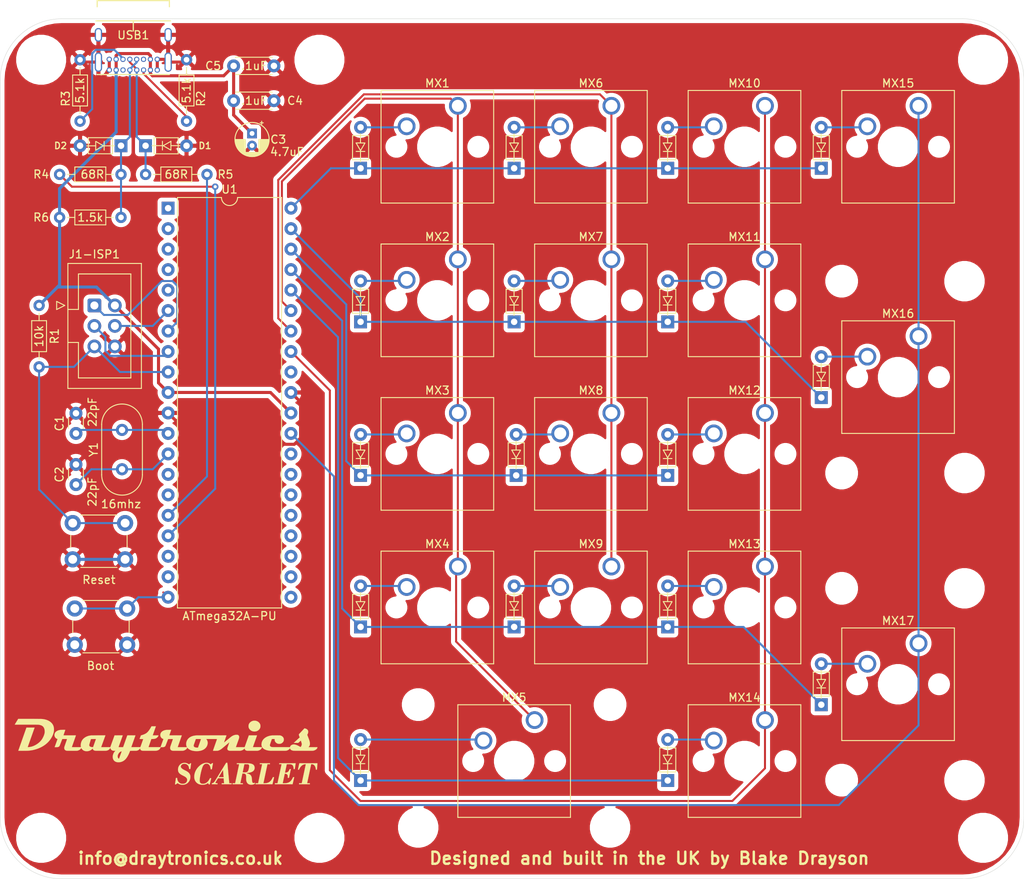
<source format=kicad_pcb>
(kicad_pcb (version 20171130) (host pcbnew "(5.1.6-0-10_14)")
  (title_block (title "Jade - Numpad ") (date 2020-09-12) (rev 1) (company "Drayson Electronics"))
  (layers (0 F.Cu signal) (31 B.Cu signal) (34 B.Paste user) (35 F.Paste user) (36 B.SilkS user) (37 F.SilkS user) (38 B.Mask user) (39 F.Mask user) (44 Edge.Cuts user))
  (net 0 "")
  (net 1 "Net-(C1-Pad1)")
  (net 2 GND)
  (net 3 "Net-(C2-Pad1)")
  (net 4 +5V)
  (net 5 "Net-(D1-Pad1)")
  (net 6 "Net-(D2-Pad1)")
  (net 7 "Net-(D3-Pad2)")
  (net 8 row0)
  (net 9 "Net-(D4-Pad2)")
  (net 10 "Net-(D5-Pad2)")
  (net 11 "Net-(D6-Pad2)")
  (net 12 "Net-(D7-Pad2)")
  (net 13 row1)
  (net 14 "Net-(D8-Pad2)")
  (net 15 "Net-(D9-Pad2)")
  (net 16 "Net-(D10-Pad2)")
  (net 17 row2)
  (net 18 "Net-(D11-Pad2)")
  (net 19 "Net-(D12-Pad2)")
  (net 20 "Net-(D13-Pad2)")
  (net 21 "Net-(D14-Pad2)")
  (net 22 row3)
  (net 23 "Net-(D15-Pad2)")
  (net 24 "Net-(D16-Pad2)")
  (net 25 "Net-(D17-Pad2)")
  (net 26 row4)
  (net 27 "Net-(D18-Pad2)")
  (net 28 "Net-(D19-Pad2)")
  (net 29 miso)
  (net 30 sck)
  (net 31 reset)
  (net 32 mosi)
  (net 33 col0)
  (net 34 col1)
  (net 35 col2)
  (net 36 col3)
  (net 37 "Net-(R2-Pad2)")
  (net 38 "Net-(R3-Pad2)")
  (net 39 D-)
  (net 40 D+)
  (net 41 bload)
  (net 42 "Net-(U1-Pad1)")
  (net 43 "Net-(U1-Pad21)")
  (net 44 "Net-(U1-Pad2)")
  (net 45 "Net-(U1-Pad22)")
  (net 46 "Net-(U1-Pad3)")
  (net 47 "Net-(U1-Pad23)")
  (net 48 "Net-(U1-Pad4)")
  (net 49 "Net-(U1-Pad24)")
  (net 50 "Net-(U1-Pad5)")
  (net 51 "Net-(U1-Pad25)")
  (net 52 "Net-(U1-Pad26)")
  (net 53 "Net-(U1-Pad27)")
  (net 54 "Net-(U1-Pad28)")
  (net 55 "Net-(U1-Pad32)")
  (net 56 "Net-(U1-Pad14)")
  (net 57 "Net-(U1-Pad15)")
  (net 58 "Net-(U1-Pad18)")
  (net 59 "Net-(U1-Pad19)")
  (net 60 "Net-(USB1-PadA8)")
  (net 61 "Net-(USB1-PadB8)")
  (module logos:draytronics-scarlet-logo (layer F.Cu) (at 45.974 111.252)
    (fp_text reference G*** hide)
    (fp_text value LOGO hide)
  )
  (module Resistor_THT:R_Axial_DIN0204_L3.6mm_D1.6mm_P7.62mm_Horizontal (layer F.Cu) (at 32.766 44.958)
    (fp_text reference R6 (at -2.286 0) (layer F.SilkS))
    (fp_text value 1.5k (at 3.81 0) (layer F.SilkS))
    (pad 2 thru_hole oval (at 7.62 0) (size 1.4 1.4) (drill 0.7) (layers *.Cu *.Mask) (net 6 "Net-(D2-Pad1)"))
    (pad 1 thru_hole circle (at 0 0) (size 1.4 1.4) (drill 0.7) (layers *.Cu *.Mask) (net 4 +5V))
  )
  (module Resistor_THT:R_Axial_DIN0204_L3.6mm_D1.6mm_P7.62mm_Horizontal (layer F.Cu) (at 51.054 39.624 180)
    (fp_text reference R5 (at -2.286 0) (layer F.SilkS))
    (fp_text value 68R (at 3.81 0) (layer F.SilkS))
    (pad 2 thru_hole oval (at 7.62 0 180) (size 1.4 1.4) (drill 0.7) (layers *.Cu *.Mask) (net 5 "Net-(D1-Pad1)"))
    (pad 1 thru_hole circle (at 0 0 180) (size 1.4 1.4) (drill 0.7) (layers *.Cu *.Mask) (net 40 D+))
  )
  (module Resistor_THT:R_Axial_DIN0204_L3.6mm_D1.6mm_P7.62mm_Horizontal (layer F.Cu) (at 32.766 39.624)
    (fp_text reference R4 (at -2.286 0) (layer F.SilkS))
    (fp_text value 68R (at 4.064 0) (layer F.SilkS))
    (pad 2 thru_hole oval (at 7.62 0) (size 1.4 1.4) (drill 0.7) (layers *.Cu *.Mask) (net 6 "Net-(D2-Pad1)"))
    (pad 1 thru_hole circle (at 0 0) (size 1.4 1.4) (drill 0.7) (layers *.Cu *.Mask) (net 39 D-))
  )
  (module Resistor_THT:R_Axial_DIN0204_L3.6mm_D1.6mm_P7.62mm_Horizontal (layer F.Cu) (at 35.306 25.4 270)
    (fp_text reference R3 (at 4.826 1.778 90) (layer F.SilkS))
    (fp_text value 5.1k (at 3.81 0 90) (layer F.SilkS))
    (pad 2 thru_hole oval (at 7.62 0 270) (size 1.4 1.4) (drill 0.7) (layers *.Cu *.Mask) (net 38 "Net-(R3-Pad2)"))
    (pad 1 thru_hole circle (at 0 0 270) (size 1.4 1.4) (drill 0.7) (layers *.Cu *.Mask) (net 2 GND))
  )
  (module Resistor_THT:R_Axial_DIN0204_L3.6mm_D1.6mm_P7.62mm_Horizontal (layer F.Cu) (at 48.514 25.4 270)
    (fp_text reference R2 (at 4.826 -1.778 90) (layer F.SilkS))
    (fp_text value 5.1k (at 3.81 0 90) (layer F.SilkS))
    (pad 2 thru_hole oval (at 7.62 0 270) (size 1.4 1.4) (drill 0.7) (layers *.Cu *.Mask) (net 37 "Net-(R2-Pad2)"))
    (pad 1 thru_hole circle (at 0 0 270) (size 1.4 1.4) (drill 0.7) (layers *.Cu *.Mask) (net 2 GND))
  )
  (module Resistor_THT:R_Axial_DIN0204_L3.6mm_D1.6mm_P7.62mm_Horizontal (layer F.Cu) (at 30.226 55.88 270)
    (fp_text reference R1 (at 3.81 -1.92 90) (layer F.SilkS))
    (fp_text value 10k (at 3.81 0 90) (layer F.SilkS))
    (pad 2 thru_hole oval (at 7.62 0 270) (size 1.4 1.4) (drill 0.7) (layers *.Cu *.Mask) (net 31 reset))
    (pad 1 thru_hole circle (at 0 0 270) (size 1.4 1.4) (drill 0.7) (layers *.Cu *.Mask) (net 4 +5V))
  )
  (module MountingHole:MountingHole_2.2mm_M2 (layer F.Cu) (at 65 25.4)
    (fp_text reference "" (at 0 -3.2) (layer F.SilkS))
    (fp_text value MountingHole_2.2mm_M2 hide)
    (pad 1 np_thru_hole circle (at 0 0) (size 2.2 2.2) (drill 2.2) (layers *.Cu *.Mask))
  )
  (module MountingHole:MountingHole_2.2mm_M2 (layer F.Cu) (at 65 121.92)
    (fp_text reference "" (at 0 -3.2) (layer F.SilkS))
    (fp_text value MountingHole_2.2mm_M2 hide)
    (pad 1 np_thru_hole circle (at 0 0) (size 2.2 2.2) (drill 2.2) (layers *.Cu *.Mask))
  )
  (module Button_Switch_THT:SW_PUSH_6mm (layer F.Cu) (at 41.148 97.972 180)
    (fp_text reference Boot (at 3.302 -2.612) (layer F.SilkS))
    (fp_text value Bootloader hide)
    (pad 1 thru_hole circle (at 6.5 0 270) (size 2 2) (drill 1.1) (layers *.Cu *.Mask) (net 2 GND))
    (pad 2 thru_hole circle (at 6.5 4.5 270) (size 2 2) (drill 1.1) (layers *.Cu *.Mask) (net 41 bload))
    (pad 1 thru_hole circle (at 0 0 270) (size 2 2) (drill 1.1) (layers *.Cu *.Mask) (net 2 GND))
    (pad 2 thru_hole circle (at 0 4.5 270) (size 2 2) (drill 1.1) (layers *.Cu *.Mask) (net 41 bload))
  )
  (module Button_Switch_THT:SW_PUSH_6mm (layer F.Cu) (at 40.894 87.376 180)
    (fp_text reference Reset (at 3.25 -2.54) (layer F.SilkS))
    (fp_text value Reset hide)
    (pad 1 thru_hole circle (at 6.5 0 270) (size 2 2) (drill 1.1) (layers *.Cu *.Mask) (net 2 GND))
    (pad 2 thru_hole circle (at 6.5 4.5 270) (size 2 2) (drill 1.1) (layers *.Cu *.Mask) (net 31 reset))
    (pad 1 thru_hole circle (at 0 0 270) (size 2 2) (drill 1.1) (layers *.Cu *.Mask) (net 2 GND))
    (pad 2 thru_hole circle (at 0 4.5 270) (size 2 2) (drill 1.1) (layers *.Cu *.Mask) (net 31 reset))
  )
  (module di-parts:D_DO-35_SOD27_P5.08mm_Horizontal (layer F.Cu) (at 108.204 116.078 90)
    (fp_text reference D19)
    (fp_text value 1N4148)
    (pad 2 thru_hole oval (at 6.35 0 90) (size 1.6 1.6) (drill 0.8) (layers *.Cu *.Mask) (net 28 "Net-(D19-Pad2)"))
    (pad 1 thru_hole rect (at 1.27 0 90) (size 1.6 1.6) (drill 0.8) (layers *.Cu *.Mask) (net 26 row4))
  )
  (module di-parts:D_DO-35_SOD27_P5.08mm_Horizontal (layer F.Cu) (at 70.104 116.078 90)
    (fp_text reference D18)
    (fp_text value 1N4148)
    (pad 2 thru_hole oval (at 6.35 0 90) (size 1.6 1.6) (drill 0.8) (layers *.Cu *.Mask) (net 27 "Net-(D18-Pad2)"))
    (pad 1 thru_hole rect (at 1.27 0 90) (size 1.6 1.6) (drill 0.8) (layers *.Cu *.Mask) (net 26 row4))
  )
  (module di-parts:D_DO-35_SOD27_P5.08mm_Horizontal (layer F.Cu) (at 127.254 106.68 90)
    (fp_text reference D17)
    (fp_text value 1N4148)
    (pad 2 thru_hole oval (at 6.35 0 90) (size 1.6 1.6) (drill 0.8) (layers *.Cu *.Mask) (net 25 "Net-(D17-Pad2)"))
    (pad 1 thru_hole rect (at 1.27 0 90) (size 1.6 1.6) (drill 0.8) (layers *.Cu *.Mask) (net 22 row3))
  )
  (module di-parts:D_DO-35_SOD27_P5.08mm_Horizontal (layer F.Cu) (at 108.204 97.028 90)
    (fp_text reference D16)
    (fp_text value 1N4148)
    (pad 2 thru_hole oval (at 6.35 0 90) (size 1.6 1.6) (drill 0.8) (layers *.Cu *.Mask) (net 24 "Net-(D16-Pad2)"))
    (pad 1 thru_hole rect (at 1.27 0 90) (size 1.6 1.6) (drill 0.8) (layers *.Cu *.Mask) (net 22 row3))
  )
  (module di-parts:D_DO-35_SOD27_P5.08mm_Horizontal (layer F.Cu) (at 89.154 97.028 90)
    (fp_text reference D15)
    (fp_text value 1N4148)
    (pad 2 thru_hole oval (at 6.35 0 90) (size 1.6 1.6) (drill 0.8) (layers *.Cu *.Mask) (net 23 "Net-(D15-Pad2)"))
    (pad 1 thru_hole rect (at 1.27 0 90) (size 1.6 1.6) (drill 0.8) (layers *.Cu *.Mask) (net 22 row3))
  )
  (module di-parts:D_DO-35_SOD27_P5.08mm_Horizontal (layer F.Cu) (at 70.104 97.028 90)
    (fp_text reference D14)
    (fp_text value 1N4148)
    (pad 2 thru_hole oval (at 6.35 0 90) (size 1.6 1.6) (drill 0.8) (layers *.Cu *.Mask) (net 21 "Net-(D14-Pad2)"))
    (pad 1 thru_hole rect (at 1.27 0 90) (size 1.6 1.6) (drill 0.8) (layers *.Cu *.Mask) (net 22 row3))
  )
  (module di-parts:D_DO-35_SOD27_P5.08mm_Horizontal (layer F.Cu) (at 108.204 78.232 90)
    (fp_text reference D13)
    (fp_text value 1N4148)
    (pad 2 thru_hole oval (at 6.35 0 90) (size 1.6 1.6) (drill 0.8) (layers *.Cu *.Mask) (net 20 "Net-(D13-Pad2)"))
    (pad 1 thru_hole rect (at 1.27 0 90) (size 1.6 1.6) (drill 0.8) (layers *.Cu *.Mask) (net 17 row2))
  )
  (module di-parts:D_DO-35_SOD27_P5.08mm_Horizontal (layer F.Cu) (at 89.408 78.232 90)
    (fp_text reference D12)
    (fp_text value 1N4148)
    (pad 2 thru_hole oval (at 6.35 0 90) (size 1.6 1.6) (drill 0.8) (layers *.Cu *.Mask) (net 19 "Net-(D12-Pad2)"))
    (pad 1 thru_hole rect (at 1.27 0 90) (size 1.6 1.6) (drill 0.8) (layers *.Cu *.Mask) (net 17 row2))
  )
  (module di-parts:D_DO-35_SOD27_P5.08mm_Horizontal (layer F.Cu) (at 70.104 78.232 90)
    (fp_text reference D11)
    (fp_text value 1N4148)
    (pad 2 thru_hole oval (at 6.35 0 90) (size 1.6 1.6) (drill 0.8) (layers *.Cu *.Mask) (net 18 "Net-(D11-Pad2)"))
    (pad 1 thru_hole rect (at 1.27 0 90) (size 1.6 1.6) (drill 0.8) (layers *.Cu *.Mask) (net 17 row2))
  )
  (module di-parts:D_DO-35_SOD27_P5.08mm_Horizontal (layer F.Cu) (at 127.254 68.58 90)
    (fp_text reference D10)
    (fp_text value 1N4148)
    (pad 2 thru_hole oval (at 6.35 0 90) (size 1.6 1.6) (drill 0.8) (layers *.Cu *.Mask) (net 16 "Net-(D10-Pad2)"))
    (pad 1 thru_hole rect (at 1.27 0 90) (size 1.6 1.6) (drill 0.8) (layers *.Cu *.Mask) (net 13 row1))
  )
  (module di-parts:D_DO-35_SOD27_P5.08mm_Horizontal (layer F.Cu) (at 108.204 59.182 90)
    (fp_text reference D9)
    (fp_text value 1N4148)
    (pad 2 thru_hole oval (at 6.35 0 90) (size 1.6 1.6) (drill 0.8) (layers *.Cu *.Mask) (net 15 "Net-(D9-Pad2)"))
    (pad 1 thru_hole rect (at 1.27 0 90) (size 1.6 1.6) (drill 0.8) (layers *.Cu *.Mask) (net 13 row1))
  )
  (module di-parts:D_DO-35_SOD27_P5.08mm_Horizontal (layer F.Cu) (at 89.154 59.182 90)
    (fp_text reference D8)
    (fp_text value 1N4148)
    (pad 2 thru_hole oval (at 6.35 0 90) (size 1.6 1.6) (drill 0.8) (layers *.Cu *.Mask) (net 14 "Net-(D8-Pad2)"))
    (pad 1 thru_hole rect (at 1.27 0 90) (size 1.6 1.6) (drill 0.8) (layers *.Cu *.Mask) (net 13 row1))
  )
  (module di-parts:D_DO-35_SOD27_P5.08mm_Horizontal (layer F.Cu) (at 70.104 59.182 90)
    (fp_text reference D7)
    (fp_text value 1N4148)
    (pad 2 thru_hole oval (at 6.35 0 90) (size 1.6 1.6) (drill 0.8) (layers *.Cu *.Mask) (net 12 "Net-(D7-Pad2)"))
    (pad 1 thru_hole rect (at 1.27 0 90) (size 1.6 1.6) (drill 0.8) (layers *.Cu *.Mask) (net 13 row1))
  )
  (module di-parts:D_DO-35_SOD27_P5.08mm_Horizontal (layer F.Cu) (at 127.254 40.132 90)
    (fp_text reference D6)
    (fp_text value 1N4148)
    (pad 2 thru_hole oval (at 6.35 0 90) (size 1.6 1.6) (drill 0.8) (layers *.Cu *.Mask) (net 11 "Net-(D6-Pad2)"))
    (pad 1 thru_hole rect (at 1.27 0 90) (size 1.6 1.6) (drill 0.8) (layers *.Cu *.Mask) (net 8 row0))
  )
  (module di-parts:D_DO-35_SOD27_P5.08mm_Horizontal (layer F.Cu) (at 108.204 40.132 90)
    (fp_text reference D5)
    (fp_text value 1N4148)
    (pad 2 thru_hole oval (at 6.35 0 90) (size 1.6 1.6) (drill 0.8) (layers *.Cu *.Mask) (net 10 "Net-(D5-Pad2)"))
    (pad 1 thru_hole rect (at 1.27 0 90) (size 1.6 1.6) (drill 0.8) (layers *.Cu *.Mask) (net 8 row0))
  )
  (module di-parts:D_DO-35_SOD27_P5.08mm_Horizontal (layer F.Cu) (at 89.154 40.132 90)
    (fp_text reference D4)
    (fp_text value 1N4148)
    (pad 2 thru_hole oval (at 6.35 0 90) (size 1.6 1.6) (drill 0.8) (layers *.Cu *.Mask) (net 9 "Net-(D4-Pad2)"))
    (pad 1 thru_hole rect (at 1.27 0 90) (size 1.6 1.6) (drill 0.8) (layers *.Cu *.Mask) (net 8 row0))
  )
  (module di-parts:D_DO-35_SOD27_P5.08mm_Horizontal (layer F.Cu) (at 70.104 40.132 90)
    (fp_text reference D3)
    (fp_text value 1N4148)
    (pad 2 thru_hole oval (at 6.35 0 90) (size 1.6 1.6) (drill 0.8) (layers *.Cu *.Mask) (net 7 "Net-(D3-Pad2)"))
    (pad 1 thru_hole rect (at 1.27 0 90) (size 1.6 1.6) (drill 0.8) (layers *.Cu *.Mask) (net 8 row0))
  )
  (module di-parts:D_DO-35_SOD27_P5.08mm_Horizontal (layer F.Cu) (at 41.656 36.068 180)
    (fp_text reference D2 (at 8.77 0) (layer F.SilkS) (effects (font (size 0.8 0.8))))
    (fp_text value 3.6V hide)
    (pad 2 thru_hole oval (at 6.35 0 180) (size 1.6 1.6) (drill 0.8) (layers *.Cu *.Mask) (net 2 GND))
    (pad 1 thru_hole rect (at 1.27 0 180) (size 1.6 1.6) (drill 0.8) (layers *.Cu *.Mask) (net 6 "Net-(D2-Pad1)"))
  )
  (module di-parts:D_DO-35_SOD27_P5.08mm_Horizontal (layer F.Cu) (at 42.164 36.068)
    (fp_text reference D1 (at 8.636 0) (layer F.SilkS) (effects (font (size 0.8 0.8))))
    (fp_text value 3.6V hide)
    (pad 2 thru_hole oval (at 6.35 0) (size 1.6 1.6) (drill 0.8) (layers *.Cu *.Mask) (net 2 GND))
    (pad 1 thru_hole rect (at 1.27 0) (size 1.6 1.6) (drill 0.8) (layers *.Cu *.Mask) (net 5 "Net-(D1-Pad1)"))
  )
  (module MountingHole:MountingHole_2.2mm_M2 (layer F.Cu) (at 147.32 121.92)
    (fp_text reference "" (at 0 -3.2) (layer F.SilkS))
    (fp_text value MountingHole_2.2mm_M2 hide)
    (pad 1 np_thru_hole circle (at 0 0) (size 2.2 2.2) (drill 2.2) (layers *.Cu *.Mask))
  )
  (module MountingHole:MountingHole_2.2mm_M2 (layer F.Cu) (at 147.32 25.4)
    (fp_text reference "" (at 0 -3.2) (layer F.SilkS))
    (fp_text value MountingHole_2.2mm_M2 hide)
    (pad 1 np_thru_hole circle (at 0 0) (size 2.2 2.2) (drill 2.2) (layers *.Cu *.Mask))
  )
  (module MountingHole:MountingHole_2.2mm_M2 (layer F.Cu) (at 30.48 25.4)
    (fp_text reference "" (at 0 -3.2) (layer F.SilkS))
    (fp_text value MountingHole_2.2mm_M2 hide)
    (pad 1 np_thru_hole circle (at 0 0) (size 2.2 2.2) (drill 2.2) (layers *.Cu *.Mask))
  )
  (module MountingHole:MountingHole_2.2mm_M2 (layer F.Cu) (at 30.48 121.92)
    (fp_text reference "" (at 0 -3.2) (layer F.SilkS))
    (fp_text value MountingHole_2.2mm_M2 hide)
    (pad 1 np_thru_hole circle (at 0 0) (size 2.2 2.2) (drill 2.2) (layers *.Cu *.Mask))
  )
  (module Type-C:USB_C_GCT_USB4085 (layer F.Cu) (at 41.91 20.574 180)
    (fp_text reference USB1 (at 0 -1.778) (layer F.SilkS))
    (fp_text value USB_C_Receptacle_USB2.0)
    (pad A5 thru_hole circle (at -1.275 -6.1 180) (size 0.65 0.65) (drill 0.4) (layers *.Cu *.Mask) (net 37 "Net-(R2-Pad2)"))
    (pad A1 thru_hole circle (at -2.975 -6.1 180) (size 0.65 0.65) (drill 0.4) (layers *.Cu *.Mask) (net 2 GND))
    (pad A4 thru_hole circle (at -2.125 -6.1 180) (size 0.65 0.65) (drill 0.4) (layers *.Cu *.Mask) (net 4 +5V))
    (pad A6 thru_hole circle (at -0.425 -6.1 180) (size 0.65 0.65) (drill 0.4) (layers *.Cu *.Mask) (net 5 "Net-(D1-Pad1)"))
    (pad A7 thru_hole circle (at 0.425 -6.1 180) (size 0.65 0.65) (drill 0.4) (layers *.Cu *.Mask) (net 6 "Net-(D2-Pad1)"))
    (pad A8 thru_hole circle (at 1.275 -6.1 180) (size 0.65 0.65) (drill 0.4) (layers *.Cu *.Mask) (net 60 "Net-(USB1-PadA8)"))
    (pad A9 thru_hole circle (at 2.125 -6.1 180) (size 0.65 0.65) (drill 0.4) (layers *.Cu *.Mask) (net 4 +5V))
    (pad A12 thru_hole circle (at 2.975 -6.1 180) (size 0.65 0.65) (drill 0.4) (layers *.Cu *.Mask) (net 2 GND))
    (pad B12 thru_hole circle (at -2.975 -4.775 180) (size 0.65 0.65) (drill 0.4) (layers *.Cu *.Mask) (net 2 GND))
    (pad B9 thru_hole circle (at -2.12 -4.775 180) (size 0.65 0.65) (drill 0.4) (layers *.Cu *.Mask) (net 4 +5V))
    (pad B8 thru_hole circle (at -1.27 -4.775 180) (size 0.65 0.65) (drill 0.4) (layers *.Cu *.Mask) (net 61 "Net-(USB1-PadB8)"))
    (pad B7 thru_hole circle (at -0.42 -4.775 180) (size 0.65 0.65) (drill 0.4) (layers *.Cu *.Mask) (net 6 "Net-(D2-Pad1)"))
    (pad B6 thru_hole circle (at 0.43 -4.775 180) (size 0.65 0.65) (drill 0.4) (layers *.Cu *.Mask) (net 5 "Net-(D1-Pad1)"))
    (pad B5 thru_hole circle (at 1.28 -4.775 180) (size 0.65 0.65) (drill 0.4) (layers *.Cu *.Mask) (net 38 "Net-(R3-Pad2)"))
    (pad B4 thru_hole circle (at 2.13 -4.775 180) (size 0.65 0.65) (drill 0.4) (layers *.Cu *.Mask) (net 4 +5V))
    (pad B1 thru_hole circle (at 2.98 -4.775 180) (size 0.65 0.65) (drill 0.4) (layers *.Cu *.Mask) (net 2 GND))
    (pad S1 thru_hole oval (at -4.325 -5.12 180) (size 0.9 2.4) (drill oval 0.6 2.1) (layers *.Cu *.Mask) (net 2 GND))
    (pad S1 thru_hole oval (at 4.325 -5.12 180) (size 0.9 2.4) (drill oval 0.6 2.1) (layers *.Cu *.Mask) (net 2 GND))
    (pad S1 thru_hole oval (at -4.325 -1.74 180) (size 0.9 1.7) (drill oval 0.6 1.4) (layers *.Cu *.Mask) (net 2 GND))
    (pad S1 thru_hole oval (at 4.325 -1.74 180) (size 0.9 1.7) (drill oval 0.6 1.4) (layers *.Cu *.Mask) (net 2 GND))
  )
  (module Capacitor_THT:C_Disc_D3.0mm_W1.6mm_P2.50mm (layer F.Cu) (at 34.798 71.755 90)
    (fp_text reference C1 (at 1.25 -2.05 90) (layer F.SilkS))
    (fp_text value 22pF (at 2.667 2.05 90) (layer F.SilkS))
    (pad 1 thru_hole circle (at 0 0 90) (size 1.6 1.6) (drill 0.8) (layers *.Cu *.Mask) (net 1 "Net-(C1-Pad1)"))
    (pad 2 thru_hole circle (at 2.5 0 90) (size 1.6 1.6) (drill 0.8) (layers *.Cu *.Mask) (net 2 GND))
  )
  (module Capacitor_THT:C_Disc_D3.0mm_W1.6mm_P2.50mm (layer F.Cu) (at 34.798 78.105 90)
    (fp_text reference C2 (at 1.25 -2.05 90) (layer F.SilkS))
    (fp_text value 22pF (at -0.889 2.032 90) (layer F.SilkS))
    (pad 2 thru_hole circle (at 2.5 0 90) (size 1.6 1.6) (drill 0.8) (layers *.Cu *.Mask) (net 2 GND))
    (pad 1 thru_hole circle (at 0 0 90) (size 1.6 1.6) (drill 0.8) (layers *.Cu *.Mask) (net 3 "Net-(C2-Pad1)"))
  )
  (module Capacitor_THT:CP_Radial_D4.0mm_P1.50mm (layer F.Cu) (at 56.642 34.544 270)
    (fp_text reference C3 (at 0.75 -3.25 180) (layer F.SilkS))
    (fp_text value 4.7uF (at 2.286 -4.318 180) (layer F.SilkS))
    (pad 1 thru_hole rect (at 0 0 270) (size 1.2 1.2) (drill 0.6) (layers *.Cu *.Mask) (net 4 +5V))
    (pad 2 thru_hole circle (at 1.5 0 270) (size 1.2 1.2) (drill 0.6) (layers *.Cu *.Mask) (net 2 GND))
  )
  (module Capacitor_THT:C_Disc_D4.3mm_W1.9mm_P5.00mm (layer F.Cu) (at 54.356 30.48)
    (fp_text reference C4 (at 7.62 0) (layer F.SilkS))
    (fp_text value .1uF (at 2.54 0) (layer F.SilkS))
    (pad 2 thru_hole circle (at 5 0) (size 1.6 1.6) (drill 0.8) (layers *.Cu *.Mask) (net 2 GND))
    (pad 1 thru_hole circle (at 0 0) (size 1.6 1.6) (drill 0.8) (layers *.Cu *.Mask) (net 4 +5V))
  )
  (module Capacitor_THT:C_Disc_D4.3mm_W1.9mm_P5.00mm (layer F.Cu) (at 54.356 26.162)
    (fp_text reference C5 (at -2.54 0) (layer F.SilkS))
    (fp_text value .1uF (at 2.54 0 180) (layer F.SilkS))
    (pad 1 thru_hole circle (at 0 0) (size 1.6 1.6) (drill 0.8) (layers *.Cu *.Mask) (net 4 +5V))
    (pad 2 thru_hole circle (at 5 0) (size 1.6 1.6) (drill 0.8) (layers *.Cu *.Mask) (net 2 GND))
  )
  (module Connector_IDC:IDC-Header_2x03_P2.54mm_Vertical (layer F.Cu) (at 37.084 55.88)
    (fp_text reference J1-ISP1 (at 0 -6.35) (layer F.SilkS))
    (fp_text value AVR-ISP-6 hide)
    (pad 1 thru_hole roundrect (at 0 0) (size 1.7 1.7) (drill 1) (layers *.Cu *.Mask) (roundrect_rratio 0.147059) (net 29 miso))
    (pad 3 thru_hole circle (at 0 2.54) (size 1.7 1.7) (drill 1) (layers *.Cu *.Mask) (net 30 sck))
    (pad 5 thru_hole circle (at 0 5.08) (size 1.7 1.7) (drill 1) (layers *.Cu *.Mask) (net 31 reset))
    (pad 2 thru_hole circle (at 2.54 0) (size 1.7 1.7) (drill 1) (layers *.Cu *.Mask) (net 4 +5V))
    (pad 4 thru_hole circle (at 2.54 2.54) (size 1.7 1.7) (drill 1) (layers *.Cu *.Mask) (net 32 mosi))
    (pad 6 thru_hole circle (at 2.54 5.08) (size 1.7 1.7) (drill 1) (layers *.Cu *.Mask) (net 2 GND))
  )
  (module Button_Switch_Keyboard:SW_Cherry_MX_1.00u_PCB (layer F.Cu) (at 82.169 31.115)
    (fp_text reference MX1 (at -2.54 -2.794) (layer F.SilkS))
    (fp_text value MX-NoLED)
    (pad 1 thru_hole circle (at 0 0) (size 2.2 2.2) (drill 1.5) (layers *.Cu *.Mask) (net 33 col0))
    (pad 2 thru_hole circle (at -6.35 2.54) (size 2.2 2.2) (drill 1.5) (layers *.Cu *.Mask) (net 7 "Net-(D3-Pad2)"))
    (pad "" np_thru_hole circle (at -2.54 5.08) (size 4 4) (drill 4) (layers *.Cu *.Mask))
    (pad "" np_thru_hole circle (at -7.62 5.08) (size 1.7 1.7) (drill 1.7) (layers *.Cu *.Mask))
    (pad "" np_thru_hole circle (at 2.54 5.08) (size 1.7 1.7) (drill 1.7) (layers *.Cu *.Mask))
  )
  (module Button_Switch_Keyboard:SW_Cherry_MX_1.00u_PCB (layer F.Cu) (at 82.169 50.165)
    (fp_text reference MX2 (at -2.54 -2.794) (layer F.SilkS))
    (fp_text value MX-NoLED)
    (pad 1 thru_hole circle (at 0 0) (size 2.2 2.2) (drill 1.5) (layers *.Cu *.Mask) (net 33 col0))
    (pad 2 thru_hole circle (at -6.35 2.54) (size 2.2 2.2) (drill 1.5) (layers *.Cu *.Mask) (net 12 "Net-(D7-Pad2)"))
    (pad "" np_thru_hole circle (at -2.54 5.08) (size 4 4) (drill 4) (layers *.Cu *.Mask))
    (pad "" np_thru_hole circle (at -7.62 5.08) (size 1.7 1.7) (drill 1.7) (layers *.Cu *.Mask))
    (pad "" np_thru_hole circle (at 2.54 5.08) (size 1.7 1.7) (drill 1.7) (layers *.Cu *.Mask))
  )
  (module Button_Switch_Keyboard:SW_Cherry_MX_1.00u_PCB (layer F.Cu) (at 82.169 69.215)
    (fp_text reference MX3 (at -2.54 -2.794) (layer F.SilkS))
    (fp_text value MX-NoLED)
    (pad "" np_thru_hole circle (at 2.54 5.08) (size 1.7 1.7) (drill 1.7) (layers *.Cu *.Mask))
    (pad "" np_thru_hole circle (at -7.62 5.08) (size 1.7 1.7) (drill 1.7) (layers *.Cu *.Mask))
    (pad "" np_thru_hole circle (at -2.54 5.08) (size 4 4) (drill 4) (layers *.Cu *.Mask))
    (pad 2 thru_hole circle (at -6.35 2.54) (size 2.2 2.2) (drill 1.5) (layers *.Cu *.Mask) (net 18 "Net-(D11-Pad2)"))
    (pad 1 thru_hole circle (at 0 0) (size 2.2 2.2) (drill 1.5) (layers *.Cu *.Mask) (net 33 col0))
  )
  (module Button_Switch_Keyboard:SW_Cherry_MX_1.00u_PCB (layer F.Cu) (at 82.169 88.265)
    (fp_text reference MX4 (at -2.54 -2.794) (layer F.SilkS))
    (fp_text value MX-NoLED)
    (pad 1 thru_hole circle (at 0 0) (size 2.2 2.2) (drill 1.5) (layers *.Cu *.Mask) (net 33 col0))
    (pad 2 thru_hole circle (at -6.35 2.54) (size 2.2 2.2) (drill 1.5) (layers *.Cu *.Mask) (net 21 "Net-(D14-Pad2)"))
    (pad "" np_thru_hole circle (at -2.54 5.08) (size 4 4) (drill 4) (layers *.Cu *.Mask))
    (pad "" np_thru_hole circle (at -7.62 5.08) (size 1.7 1.7) (drill 1.7) (layers *.Cu *.Mask))
    (pad "" np_thru_hole circle (at 2.54 5.08) (size 1.7 1.7) (drill 1.7) (layers *.Cu *.Mask))
  )
  (module Button_Switch_Keyboard:SW_Cherry_MX_2.00u_PCB (layer F.Cu) (at 91.694 107.315)
    (fp_text reference MX5 (at -2.54 -2.794) (layer F.SilkS))
    (fp_text value MX-NoLED)
    (pad 1 thru_hole circle (at 0 0) (size 2.2 2.2) (drill 1.5) (layers *.Cu *.Mask) (net 33 col0))
    (pad 2 thru_hole circle (at -6.35 2.54) (size 2.2 2.2) (drill 1.5) (layers *.Cu *.Mask) (net 27 "Net-(D18-Pad2)"))
    (pad "" np_thru_hole circle (at -2.54 5.08) (size 4 4) (drill 4) (layers *.Cu *.Mask))
    (pad "" np_thru_hole circle (at -7.62 5.08) (size 1.7 1.7) (drill 1.7) (layers *.Cu *.Mask))
    (pad "" np_thru_hole circle (at 2.54 5.08) (size 1.7 1.7) (drill 1.7) (layers *.Cu *.Mask))
    (pad "" np_thru_hole circle (at 9.36 13.32) (size 4 4) (drill 4) (layers *.Cu *.Mask))
    (pad "" np_thru_hole circle (at -14.44 13.32) (size 4 4) (drill 4) (layers *.Cu *.Mask))
    (pad "" np_thru_hole circle (at -14.44 -1.92) (size 3.05 3.05) (drill 3.05) (layers *.Cu *.Mask))
    (pad "" np_thru_hole circle (at 9.36 -1.92) (size 3.05 3.05) (drill 3.05) (layers *.Cu *.Mask))
  )
  (module Button_Switch_Keyboard:SW_Cherry_MX_1.00u_PCB (layer F.Cu) (at 101.219 31.115)
    (fp_text reference MX6 (at -2.54 -2.794) (layer F.SilkS))
    (fp_text value MX-NoLED)
    (pad "" np_thru_hole circle (at 2.54 5.08) (size 1.7 1.7) (drill 1.7) (layers *.Cu *.Mask))
    (pad "" np_thru_hole circle (at -7.62 5.08) (size 1.7 1.7) (drill 1.7) (layers *.Cu *.Mask))
    (pad "" np_thru_hole circle (at -2.54 5.08) (size 4 4) (drill 4) (layers *.Cu *.Mask))
    (pad 2 thru_hole circle (at -6.35 2.54) (size 2.2 2.2) (drill 1.5) (layers *.Cu *.Mask) (net 9 "Net-(D4-Pad2)"))
    (pad 1 thru_hole circle (at 0 0) (size 2.2 2.2) (drill 1.5) (layers *.Cu *.Mask) (net 34 col1))
  )
  (module Button_Switch_Keyboard:SW_Cherry_MX_1.00u_PCB (layer F.Cu) (at 101.219 50.165)
    (fp_text reference MX7 (at -2.54 -2.794) (layer F.SilkS))
    (fp_text value MX-NoLED)
    (pad "" np_thru_hole circle (at 2.54 5.08) (size 1.7 1.7) (drill 1.7) (layers *.Cu *.Mask))
    (pad "" np_thru_hole circle (at -7.62 5.08) (size 1.7 1.7) (drill 1.7) (layers *.Cu *.Mask))
    (pad "" np_thru_hole circle (at -2.54 5.08) (size 4 4) (drill 4) (layers *.Cu *.Mask))
    (pad 2 thru_hole circle (at -6.35 2.54) (size 2.2 2.2) (drill 1.5) (layers *.Cu *.Mask) (net 14 "Net-(D8-Pad2)"))
    (pad 1 thru_hole circle (at 0 0) (size 2.2 2.2) (drill 1.5) (layers *.Cu *.Mask) (net 34 col1))
  )
  (module Button_Switch_Keyboard:SW_Cherry_MX_1.00u_PCB (layer F.Cu) (at 101.219 69.215)
    (fp_text reference MX8 (at -2.54 -2.794) (layer F.SilkS))
    (fp_text value MX-NoLED)
    (pad 1 thru_hole circle (at 0 0) (size 2.2 2.2) (drill 1.5) (layers *.Cu *.Mask) (net 34 col1))
    (pad 2 thru_hole circle (at -6.35 2.54) (size 2.2 2.2) (drill 1.5) (layers *.Cu *.Mask) (net 19 "Net-(D12-Pad2)"))
    (pad "" np_thru_hole circle (at -2.54 5.08) (size 4 4) (drill 4) (layers *.Cu *.Mask))
    (pad "" np_thru_hole circle (at -7.62 5.08) (size 1.7 1.7) (drill 1.7) (layers *.Cu *.Mask))
    (pad "" np_thru_hole circle (at 2.54 5.08) (size 1.7 1.7) (drill 1.7) (layers *.Cu *.Mask))
  )
  (module Button_Switch_Keyboard:SW_Cherry_MX_1.00u_PCB (layer F.Cu) (at 101.219 88.265)
    (fp_text reference MX9 (at -2.54 -2.794) (layer F.SilkS))
    (fp_text value MX-NoLED)
    (pad "" np_thru_hole circle (at 2.54 5.08) (size 1.7 1.7) (drill 1.7) (layers *.Cu *.Mask))
    (pad "" np_thru_hole circle (at -7.62 5.08) (size 1.7 1.7) (drill 1.7) (layers *.Cu *.Mask))
    (pad "" np_thru_hole circle (at -2.54 5.08) (size 4 4) (drill 4) (layers *.Cu *.Mask))
    (pad 2 thru_hole circle (at -6.35 2.54) (size 2.2 2.2) (drill 1.5) (layers *.Cu *.Mask) (net 23 "Net-(D15-Pad2)"))
    (pad 1 thru_hole circle (at 0 0) (size 2.2 2.2) (drill 1.5) (layers *.Cu *.Mask) (net 34 col1))
  )
  (module Button_Switch_Keyboard:SW_Cherry_MX_1.00u_PCB (layer F.Cu) (at 120.269 31.115)
    (fp_text reference MX10 (at -2.54 -2.794) (layer F.SilkS))
    (fp_text value MX-NoLED)
    (pad 1 thru_hole circle (at 0 0) (size 2.2 2.2) (drill 1.5) (layers *.Cu *.Mask) (net 35 col2))
    (pad 2 thru_hole circle (at -6.35 2.54) (size 2.2 2.2) (drill 1.5) (layers *.Cu *.Mask) (net 10 "Net-(D5-Pad2)"))
    (pad "" np_thru_hole circle (at -2.54 5.08) (size 4 4) (drill 4) (layers *.Cu *.Mask))
    (pad "" np_thru_hole circle (at -7.62 5.08) (size 1.7 1.7) (drill 1.7) (layers *.Cu *.Mask))
    (pad "" np_thru_hole circle (at 2.54 5.08) (size 1.7 1.7) (drill 1.7) (layers *.Cu *.Mask))
  )
  (module Button_Switch_Keyboard:SW_Cherry_MX_1.00u_PCB (layer F.Cu) (at 120.269 50.165)
    (fp_text reference MX11 (at -2.54 -2.794) (layer F.SilkS))
    (fp_text value MX-NoLED)
    (pad 1 thru_hole circle (at 0 0) (size 2.2 2.2) (drill 1.5) (layers *.Cu *.Mask) (net 35 col2))
    (pad 2 thru_hole circle (at -6.35 2.54) (size 2.2 2.2) (drill 1.5) (layers *.Cu *.Mask) (net 15 "Net-(D9-Pad2)"))
    (pad "" np_thru_hole circle (at -2.54 5.08) (size 4 4) (drill 4) (layers *.Cu *.Mask))
    (pad "" np_thru_hole circle (at -7.62 5.08) (size 1.7 1.7) (drill 1.7) (layers *.Cu *.Mask))
    (pad "" np_thru_hole circle (at 2.54 5.08) (size 1.7 1.7) (drill 1.7) (layers *.Cu *.Mask))
  )
  (module Button_Switch_Keyboard:SW_Cherry_MX_1.00u_PCB (layer F.Cu) (at 120.269 69.215)
    (fp_text reference MX12 (at -2.54 -2.794) (layer F.SilkS))
    (fp_text value MX-NoLED)
    (pad "" np_thru_hole circle (at 2.54 5.08) (size 1.7 1.7) (drill 1.7) (layers *.Cu *.Mask))
    (pad "" np_thru_hole circle (at -7.62 5.08) (size 1.7 1.7) (drill 1.7) (layers *.Cu *.Mask))
    (pad "" np_thru_hole circle (at -2.54 5.08) (size 4 4) (drill 4) (layers *.Cu *.Mask))
    (pad 2 thru_hole circle (at -6.35 2.54) (size 2.2 2.2) (drill 1.5) (layers *.Cu *.Mask) (net 20 "Net-(D13-Pad2)"))
    (pad 1 thru_hole circle (at 0 0) (size 2.2 2.2) (drill 1.5) (layers *.Cu *.Mask) (net 35 col2))
  )
  (module Button_Switch_Keyboard:SW_Cherry_MX_1.00u_PCB (layer F.Cu) (at 120.269 88.265)
    (fp_text reference MX13 (at -2.54 -2.794) (layer F.SilkS))
    (fp_text value MX-NoLED)
    (pad 1 thru_hole circle (at 0 0) (size 2.2 2.2) (drill 1.5) (layers *.Cu *.Mask) (net 35 col2))
    (pad 2 thru_hole circle (at -6.35 2.54) (size 2.2 2.2) (drill 1.5) (layers *.Cu *.Mask) (net 24 "Net-(D16-Pad2)"))
    (pad "" np_thru_hole circle (at -2.54 5.08) (size 4 4) (drill 4) (layers *.Cu *.Mask))
    (pad "" np_thru_hole circle (at -7.62 5.08) (size 1.7 1.7) (drill 1.7) (layers *.Cu *.Mask))
    (pad "" np_thru_hole circle (at 2.54 5.08) (size 1.7 1.7) (drill 1.7) (layers *.Cu *.Mask))
  )
  (module Button_Switch_Keyboard:SW_Cherry_MX_1.00u_PCB (layer F.Cu) (at 120.269 107.315)
    (fp_text reference MX14 (at -2.54 -2.794) (layer F.SilkS))
    (fp_text value MX-NoLED)
    (pad "" np_thru_hole circle (at 2.54 5.08) (size 1.7 1.7) (drill 1.7) (layers *.Cu *.Mask))
    (pad "" np_thru_hole circle (at -7.62 5.08) (size 1.7 1.7) (drill 1.7) (layers *.Cu *.Mask))
    (pad "" np_thru_hole circle (at -2.54 5.08) (size 4 4) (drill 4) (layers *.Cu *.Mask))
    (pad 2 thru_hole circle (at -6.35 2.54) (size 2.2 2.2) (drill 1.5) (layers *.Cu *.Mask) (net 28 "Net-(D19-Pad2)"))
    (pad 1 thru_hole circle (at 0 0) (size 2.2 2.2) (drill 1.5) (layers *.Cu *.Mask) (net 35 col2))
  )
  (module Button_Switch_Keyboard:SW_Cherry_MX_1.00u_PCB (layer F.Cu) (at 139.319 31.115)
    (fp_text reference MX15 (at -2.54 -2.794) (layer F.SilkS))
    (fp_text value MX-NoLED)
    (pad "" np_thru_hole circle (at 2.54 5.08) (size 1.7 1.7) (drill 1.7) (layers *.Cu *.Mask))
    (pad "" np_thru_hole circle (at -7.62 5.08) (size 1.7 1.7) (drill 1.7) (layers *.Cu *.Mask))
    (pad "" np_thru_hole circle (at -2.54 5.08) (size 4 4) (drill 4) (layers *.Cu *.Mask))
    (pad 2 thru_hole circle (at -6.35 2.54) (size 2.2 2.2) (drill 1.5) (layers *.Cu *.Mask) (net 11 "Net-(D6-Pad2)"))
    (pad 1 thru_hole circle (at 0 0) (size 2.2 2.2) (drill 1.5) (layers *.Cu *.Mask) (net 36 col3))
  )
  (module Button_Switch_Keyboard:SW_Cherry_MX_2.00u_Vertical_PCB (layer F.Cu) (at 139.319 59.69)
    (fp_text reference MX16 (at -2.54 -2.794) (layer F.SilkS))
    (fp_text value MX-NoLED)
    (pad 1 thru_hole circle (at 0 0) (size 2.2 2.2) (drill 1.5) (layers *.Cu *.Mask) (net 36 col3))
    (pad 2 thru_hole circle (at -6.35 2.54) (size 2.2 2.2) (drill 1.5) (layers *.Cu *.Mask) (net 16 "Net-(D10-Pad2)"))
    (pad "" np_thru_hole circle (at -2.54 5.08) (size 4 4) (drill 4) (layers *.Cu *.Mask))
    (pad "" np_thru_hole circle (at -7.62 5.08) (size 1.7 1.7) (drill 1.7) (layers *.Cu *.Mask))
    (pad "" np_thru_hole circle (at 2.54 5.08) (size 1.7 1.7) (drill 1.7) (layers *.Cu *.Mask))
    (pad "" np_thru_hole circle (at 5.7 -6.82) (size 4 4) (drill 4) (layers *.Cu *.Mask))
    (pad "" np_thru_hole circle (at 5.7 16.98) (size 4 4) (drill 4) (layers *.Cu *.Mask))
    (pad "" np_thru_hole circle (at -9.54 16.98) (size 3.05 3.05) (drill 3.05) (layers *.Cu *.Mask))
    (pad "" np_thru_hole circle (at -9.54 -6.82) (size 3.05 3.05) (drill 3.05) (layers *.Cu *.Mask))
  )
  (module Button_Switch_Keyboard:SW_Cherry_MX_2.00u_Vertical_PCB (layer F.Cu) (at 139.319 97.79)
    (fp_text reference MX17 (at -2.54 -2.794) (layer F.SilkS))
    (fp_text value MX-NoLED)
    (pad "" np_thru_hole circle (at -9.54 -6.82) (size 3.05 3.05) (drill 3.05) (layers *.Cu *.Mask))
    (pad "" np_thru_hole circle (at -9.54 16.98) (size 3.05 3.05) (drill 3.05) (layers *.Cu *.Mask))
    (pad "" np_thru_hole circle (at 5.7 16.98) (size 4 4) (drill 4) (layers *.Cu *.Mask))
    (pad "" np_thru_hole circle (at 5.7 -6.82) (size 4 4) (drill 4) (layers *.Cu *.Mask))
    (pad "" np_thru_hole circle (at 2.54 5.08) (size 1.7 1.7) (drill 1.7) (layers *.Cu *.Mask))
    (pad "" np_thru_hole circle (at -7.62 5.08) (size 1.7 1.7) (drill 1.7) (layers *.Cu *.Mask))
    (pad "" np_thru_hole circle (at -2.54 5.08) (size 4 4) (drill 4) (layers *.Cu *.Mask))
    (pad 2 thru_hole circle (at -6.35 2.54) (size 2.2 2.2) (drill 1.5) (layers *.Cu *.Mask) (net 25 "Net-(D17-Pad2)"))
    (pad 1 thru_hole circle (at 0 0) (size 2.2 2.2) (drill 1.5) (layers *.Cu *.Mask) (net 36 col3))
  )
  (module Package_DIP:DIP-40_W15.24mm (layer F.Cu) (at 46.228 43.815)
    (fp_text reference U1 (at 7.62 -2.33) (layer F.SilkS))
    (fp_text value ATmega32A-PU (at 7.62 50.59) (layer F.SilkS))
    (pad 1 thru_hole rect (at 0 0) (size 1.6 1.6) (drill 0.8) (layers *.Cu *.Mask) (net 42 "Net-(U1-Pad1)"))
    (pad 21 thru_hole oval (at 15.24 48.26) (size 1.6 1.6) (drill 0.8) (layers *.Cu *.Mask) (net 43 "Net-(U1-Pad21)"))
    (pad 2 thru_hole oval (at 0 2.54) (size 1.6 1.6) (drill 0.8) (layers *.Cu *.Mask) (net 44 "Net-(U1-Pad2)"))
    (pad 22 thru_hole oval (at 15.24 45.72) (size 1.6 1.6) (drill 0.8) (layers *.Cu *.Mask) (net 45 "Net-(U1-Pad22)"))
    (pad 3 thru_hole oval (at 0 5.08) (size 1.6 1.6) (drill 0.8) (layers *.Cu *.Mask) (net 46 "Net-(U1-Pad3)"))
    (pad 23 thru_hole oval (at 15.24 43.18) (size 1.6 1.6) (drill 0.8) (layers *.Cu *.Mask) (net 47 "Net-(U1-Pad23)"))
    (pad 4 thru_hole oval (at 0 7.62) (size 1.6 1.6) (drill 0.8) (layers *.Cu *.Mask) (net 48 "Net-(U1-Pad4)"))
    (pad 24 thru_hole oval (at 15.24 40.64) (size 1.6 1.6) (drill 0.8) (layers *.Cu *.Mask) (net 49 "Net-(U1-Pad24)"))
    (pad 5 thru_hole oval (at 0 10.16) (size 1.6 1.6) (drill 0.8) (layers *.Cu *.Mask) (net 50 "Net-(U1-Pad5)"))
    (pad 25 thru_hole oval (at 15.24 38.1) (size 1.6 1.6) (drill 0.8) (layers *.Cu *.Mask) (net 51 "Net-(U1-Pad25)"))
    (pad 6 thru_hole oval (at 0 12.7) (size 1.6 1.6) (drill 0.8) (layers *.Cu *.Mask) (net 32 mosi))
    (pad 26 thru_hole oval (at 15.24 35.56) (size 1.6 1.6) (drill 0.8) (layers *.Cu *.Mask) (net 52 "Net-(U1-Pad26)"))
    (pad 7 thru_hole oval (at 0 15.24) (size 1.6 1.6) (drill 0.8) (layers *.Cu *.Mask) (net 29 miso))
    (pad 27 thru_hole oval (at 15.24 33.02) (size 1.6 1.6) (drill 0.8) (layers *.Cu *.Mask) (net 53 "Net-(U1-Pad27)"))
    (pad 8 thru_hole oval (at 0 17.78) (size 1.6 1.6) (drill 0.8) (layers *.Cu *.Mask) (net 30 sck))
    (pad 28 thru_hole oval (at 15.24 30.48) (size 1.6 1.6) (drill 0.8) (layers *.Cu *.Mask) (net 54 "Net-(U1-Pad28)"))
    (pad 9 thru_hole oval (at 0 20.32) (size 1.6 1.6) (drill 0.8) (layers *.Cu *.Mask) (net 31 reset))
    (pad 29 thru_hole oval (at 15.24 27.94) (size 1.6 1.6) (drill 0.8) (layers *.Cu *.Mask) (net 36 col3))
    (pad 10 thru_hole oval (at 0 22.86) (size 1.6 1.6) (drill 0.8) (layers *.Cu *.Mask) (net 4 +5V))
    (pad 30 thru_hole oval (at 15.24 25.4) (size 1.6 1.6) (drill 0.8) (layers *.Cu *.Mask) (net 4 +5V))
    (pad 11 thru_hole oval (at 0 25.4) (size 1.6 1.6) (drill 0.8) (layers *.Cu *.Mask) (net 2 GND))
    (pad 31 thru_hole oval (at 15.24 22.86) (size 1.6 1.6) (drill 0.8) (layers *.Cu *.Mask) (net 2 GND))
    (pad 12 thru_hole oval (at 0 27.94) (size 1.6 1.6) (drill 0.8) (layers *.Cu *.Mask) (net 1 "Net-(C1-Pad1)"))
    (pad 32 thru_hole oval (at 15.24 20.32) (size 1.6 1.6) (drill 0.8) (layers *.Cu *.Mask) (net 55 "Net-(U1-Pad32)"))
    (pad 13 thru_hole oval (at 0 30.48) (size 1.6 1.6) (drill 0.8) (layers *.Cu *.Mask) (net 3 "Net-(C2-Pad1)"))
    (pad 33 thru_hole oval (at 15.24 17.78) (size 1.6 1.6) (drill 0.8) (layers *.Cu *.Mask) (net 35 col2))
    (pad 14 thru_hole oval (at 0 33.02) (size 1.6 1.6) (drill 0.8) (layers *.Cu *.Mask) (net 56 "Net-(U1-Pad14)"))
    (pad 34 thru_hole oval (at 15.24 15.24) (size 1.6 1.6) (drill 0.8) (layers *.Cu *.Mask) (net 34 col1))
    (pad 15 thru_hole oval (at 0 35.56) (size 1.6 1.6) (drill 0.8) (layers *.Cu *.Mask) (net 57 "Net-(U1-Pad15)"))
    (pad 35 thru_hole oval (at 15.24 12.7) (size 1.6 1.6) (drill 0.8) (layers *.Cu *.Mask) (net 33 col0))
    (pad 16 thru_hole oval (at 0 38.1) (size 1.6 1.6) (drill 0.8) (layers *.Cu *.Mask) (net 40 D+))
    (pad 36 thru_hole oval (at 15.24 10.16) (size 1.6 1.6) (drill 0.8) (layers *.Cu *.Mask) (net 26 row4))
    (pad 17 thru_hole oval (at 0 40.64) (size 1.6 1.6) (drill 0.8) (layers *.Cu *.Mask) (net 39 D-))
    (pad 37 thru_hole oval (at 15.24 7.62) (size 1.6 1.6) (drill 0.8) (layers *.Cu *.Mask) (net 22 row3))
    (pad 18 thru_hole oval (at 0 43.18) (size 1.6 1.6) (drill 0.8) (layers *.Cu *.Mask) (net 58 "Net-(U1-Pad18)"))
    (pad 38 thru_hole oval (at 15.24 5.08) (size 1.6 1.6) (drill 0.8) (layers *.Cu *.Mask) (net 17 row2))
    (pad 19 thru_hole oval (at 0 45.72) (size 1.6 1.6) (drill 0.8) (layers *.Cu *.Mask) (net 59 "Net-(U1-Pad19)"))
    (pad 39 thru_hole oval (at 15.24 2.54) (size 1.6 1.6) (drill 0.8) (layers *.Cu *.Mask) (net 13 row1))
    (pad 20 thru_hole oval (at 0 48.26) (size 1.6 1.6) (drill 0.8) (layers *.Cu *.Mask) (net 41 bload))
    (pad 40 thru_hole oval (at 15.24 0) (size 1.6 1.6) (drill 0.8) (layers *.Cu *.Mask) (net 8 row0))
  )
  (module Crystal:Crystal_HC49-U_Vertical (layer F.Cu) (at 40.513 76.2 90)
    (fp_text reference Y1 (at 2.44 -3.525 90) (layer F.SilkS))
    (fp_text value 16mhz (at -4.318 -0.127 180) (layer F.SilkS))
    (pad 1 thru_hole circle (at 0 0 90) (size 1.5 1.5) (drill 0.8) (layers *.Cu *.Mask) (net 3 "Net-(C2-Pad1)"))
    (pad 2 thru_hole circle (at 4.88 0 90) (size 1.5 1.5) (drill 0.8) (layers *.Cu *.Mask) (net 1 "Net-(C1-Pad1)"))
  )
  (gr_text info@draytronics.co.uk (at 47.752 124.46) (layer F.SilkS) (effects (font (size 1.5 1.5) (thickness 0.3))))
  (gr_text "Designed and built in the UK by Blake Drayson" (at 105.918 124.46) (layer F.SilkS) (effects (font (size 1.5 1.5) (thickness 0.3))))
  (gr_line (start 25.4 27.94) (end 25.4 119.38) (layer Edge.Cuts) (width 0.05))
  (gr_line (start 152.4 27.94) (end 152.4 119.38) (layer Edge.Cuts) (width 0.05))
  (gr_line (start 33.02 127) (end 144.78 127) (layer Edge.Cuts) (width 0.05))
  (gr_line (start 33.02 20.32) (end 144.78 20.32) (layer Edge.Cuts) (width 0.05))
  (gr_arc (start 144.78 27.94) (end 152.4 27.94) (angle -90) (layer Edge.Cuts) (width 0.05))
  (gr_arc (start 144.78 119.38) (end 144.78 127) (angle -90) (layer Edge.Cuts) (width 0.05))
  (gr_arc (start 33.02 119.38) (end 25.4 119.38) (angle -90) (layer Edge.Cuts) (width 0.05))
  (gr_arc (start 33.02 27.94) (end 33.02 20.32) (angle -90) (layer Edge.Cuts) (width 0.05))
  (segment (start 45.793 71.32) (end 46.228 71.755) (width 0.25) (layer B.Cu) (net 1))
  (segment (start 40.513 71.32) (end 45.793 71.32) (width 0.25) (layer B.Cu) (net 1))
  (segment (start 35.233 71.32) (end 34.798 71.755) (width 0.25) (layer B.Cu) (net 1))
  (segment (start 40.513 71.32) (end 35.233 71.32) (width 0.25) (layer B.Cu) (net 1))
  (segment (start 44.885 25.349) (end 44.885 26.674) (width 0.381) (layer F.Cu) (net 2))
  (segment (start 38.93 26.669) (end 38.935 26.674) (width 0.381) (layer F.Cu) (net 2))
  (segment (start 38.93 25.349) (end 38.93 26.669) (width 0.381) (layer F.Cu) (net 2))
  (segment (start 45.89 25.349) (end 46.235 25.694) (width 0.381) (layer F.Cu) (net 2))
  (segment (start 44.885 25.349) (end 45.89 25.349) (width 0.381) (layer F.Cu) (net 2))
  (segment (start 62.658501 67.865501) (end 61.468 66.675) (width 0.381) (layer F.Cu) (net 2))
  (segment (start 62.658501 72.326441) (end 62.658501 67.865501) (width 0.381) (layer F.Cu) (net 2))
  (segment (start 61.880443 73.104499) (end 62.658501 72.326441) (width 0.381) (layer F.Cu) (net 2))
  (segment (start 50.117499 73.104499) (end 61.880443 73.104499) (width 0.381) (layer F.Cu) (net 2))
  (segment (start 46.228 69.215) (end 50.117499 73.104499) (width 0.381) (layer F.Cu) (net 2))
  (segment (start 34.394 87.376) (end 40.894 87.376) (width 0.381) (layer B.Cu) (net 2))
  (segment (start 35.6 25.694) (end 35.306 25.4) (width 0.381) (layer F.Cu) (net 2))
  (segment (start 37.585 25.694) (end 35.6 25.694) (width 0.381) (layer F.Cu) (net 2))
  (segment (start 48.22 25.694) (end 48.514 25.4) (width 0.381) (layer F.Cu) (net 2))
  (segment (start 46.235 25.694) (end 48.22 25.694) (width 0.381) (layer F.Cu) (net 2))
  (segment (start 44.323 76.2) (end 46.228 74.295) (width 0.25) (layer B.Cu) (net 3))
  (segment (start 40.513 76.2) (end 44.323 76.2) (width 0.25) (layer B.Cu) (net 3))
  (segment (start 36.703 76.2) (end 34.798 78.105) (width 0.25) (layer B.Cu) (net 3))
  (segment (start 40.513 76.2) (end 36.703 76.2) (width 0.25) (layer B.Cu) (net 3))
  (segment (start 54.356 26.162) (end 54.356 30.48) (width 0.381) (layer F.Cu) (net 4))
  (segment (start 54.356 32.258) (end 56.642 34.544) (width 0.381) (layer F.Cu) (net 4))
  (segment (start 54.356 30.48) (end 54.356 32.258) (width 0.381) (layer F.Cu) (net 4))
  (segment (start 58.928 66.675) (end 61.468 69.215) (width 0.381) (layer F.Cu) (net 4))
  (segment (start 46.228 66.675) (end 58.928 66.675) (width 0.381) (layer F.Cu) (net 4))
  (segment (start 45.037499 61.293499) (end 39.624 55.88) (width 0.381) (layer F.Cu) (net 4))
  (segment (start 45.037499 65.484499) (end 45.037499 61.293499) (width 0.381) (layer F.Cu) (net 4))
  (segment (start 46.228 66.675) (end 45.037499 65.484499) (width 0.381) (layer F.Cu) (net 4))
  (segment (start 39.785 25.354) (end 39.78 25.349) (width 0.381) (layer F.Cu) (net 4))
  (segment (start 39.785 26.674) (end 39.785 25.354) (width 0.381) (layer F.Cu) (net 4))
  (segment (start 44.03 24.889381) (end 44.03 25.349) (width 0.381) (layer F.Cu) (net 4))
  (segment (start 43.774118 24.633499) (end 44.03 24.889381) (width 0.381) (layer F.Cu) (net 4))
  (segment (start 39.78 24.889381) (end 40.035882 24.633499) (width 0.381) (layer F.Cu) (net 4))
  (segment (start 40.035882 24.633499) (end 43.774118 24.633499) (width 0.381) (layer F.Cu) (net 4))
  (segment (start 39.78 25.349) (end 39.78 24.889381) (width 0.381) (layer F.Cu) (net 4))
  (segment (start 44.03 26.669) (end 44.035 26.674) (width 0.381) (layer F.Cu) (net 4))
  (segment (start 44.03 25.349) (end 44.03 26.669) (width 0.381) (layer F.Cu) (net 4))
  (segment (start 53.128499 27.389501) (end 54.356 26.162) (width 0.381) (layer F.Cu) (net 4))
  (segment (start 44.290882 27.389501) (end 53.128499 27.389501) (width 0.381) (layer F.Cu) (net 4))
  (segment (start 44.035 27.133619) (end 44.290882 27.389501) (width 0.381) (layer F.Cu) (net 4))
  (segment (start 44.035 26.674) (end 44.035 27.133619) (width 0.381) (layer F.Cu) (net 4))
  (segment (start 30.226 55.88) (end 32.512 53.594) (width 0.381) (layer B.Cu) (net 4))
  (segment (start 37.338 53.594) (end 39.624 55.88) (width 0.381) (layer B.Cu) (net 4))
  (segment (start 32.512 53.594) (end 37.338 53.594) (width 0.381) (layer B.Cu) (net 4))
  (segment (start 32.766 41.385098) (end 32.766 44.958) (width 0.381) (layer B.Cu) (net 4))
  (segment (start 39.785 34.366098) (end 32.766 41.385098) (width 0.381) (layer B.Cu) (net 4))
  (segment (start 39.785 26.674) (end 39.785 34.366098) (width 0.381) (layer B.Cu) (net 4))
  (segment (start 32.766 53.34) (end 32.512 53.594) (width 0.381) (layer B.Cu) (net 4))
  (segment (start 32.766 44.958) (end 32.766 53.34) (width 0.381) (layer B.Cu) (net 4))
  (segment (start 42.335 26.561998) (end 42.335 26.674) (width 0.25) (layer F.Cu) (net 5))
  (segment (start 41.48 25.706998) (end 42.335 26.561998) (width 0.25) (layer F.Cu) (net 5))
  (segment (start 41.48 25.349) (end 41.48 25.706998) (width 0.25) (layer F.Cu) (net 5))
  (segment (start 42.335 34.969) (end 43.434 36.068) (width 0.25) (layer B.Cu) (net 5))
  (segment (start 42.335 26.674) (end 42.335 34.969) (width 0.25) (layer B.Cu) (net 5))
  (segment (start 43.434 39.624) (end 43.434 36.068) (width 0.25) (layer B.Cu) (net 5))
  (segment (start 41.485 26.561998) (end 41.485 26.674) (width 0.25) (layer B.Cu) (net 6))
  (segment (start 42.33 25.716998) (end 41.485 26.561998) (width 0.25) (layer B.Cu) (net 6))
  (segment (start 42.33 25.349) (end 42.33 25.716998) (width 0.25) (layer B.Cu) (net 6))
  (segment (start 41.485 34.969) (end 40.386 36.068) (width 0.25) (layer B.Cu) (net 6))
  (segment (start 41.485 26.674) (end 41.485 34.969) (width 0.25) (layer B.Cu) (net 6))
  (segment (start 40.386 36.068) (end 40.386 39.624) (width 0.25) (layer B.Cu) (net 6))
  (segment (start 40.386 39.624) (end 40.386 44.958) (width 0.25) (layer B.Cu) (net 6))
  (segment (start 75.692 33.782) (end 75.819 33.655) (width 0.25) (layer B.Cu) (net 7))
  (segment (start 70.104 33.782) (end 75.692 33.782) (width 0.25) (layer B.Cu) (net 7))
  (segment (start 108.204 38.862) (end 127.254 38.862) (width 0.25) (layer B.Cu) (net 8))
  (segment (start 108.204 38.862) (end 89.154 38.862) (width 0.25) (layer B.Cu) (net 8))
  (segment (start 66.421 38.862) (end 61.468 43.815) (width 0.25) (layer B.Cu) (net 8))
  (segment (start 70.104 38.862) (end 66.421 38.862) (width 0.25) (layer B.Cu) (net 8))
  (segment (start 70.104 38.862) (end 89.154 38.862) (width 0.25) (layer B.Cu) (net 8))
  (segment (start 94.742 33.782) (end 94.869 33.655) (width 0.25) (layer B.Cu) (net 9))
  (segment (start 89.154 33.782) (end 94.742 33.782) (width 0.25) (layer B.Cu) (net 9))
  (segment (start 113.792 33.782) (end 113.919 33.655) (width 0.25) (layer B.Cu) (net 10))
  (segment (start 108.204 33.782) (end 113.792 33.782) (width 0.25) (layer B.Cu) (net 10))
  (segment (start 132.842 33.782) (end 132.969 33.655) (width 0.25) (layer B.Cu) (net 11))
  (segment (start 127.254 33.782) (end 132.842 33.782) (width 0.25) (layer B.Cu) (net 11))
  (segment (start 75.692 52.832) (end 75.819 52.705) (width 0.25) (layer B.Cu) (net 12))
  (segment (start 70.104 52.832) (end 75.692 52.832) (width 0.25) (layer B.Cu) (net 12))
  (segment (start 70.104 54.991) (end 70.104 57.912) (width 0.25) (layer B.Cu) (net 13))
  (segment (start 61.468 46.355) (end 70.104 54.991) (width 0.25) (layer B.Cu) (net 13))
  (segment (start 70.104 57.912) (end 89.154 57.912) (width 0.25) (layer B.Cu) (net 13))
  (segment (start 89.154 57.912) (end 108.204 57.912) (width 0.25) (layer B.Cu) (net 13))
  (segment (start 117.856 57.912) (end 127.254 67.31) (width 0.25) (layer B.Cu) (net 13))
  (segment (start 108.204 57.912) (end 117.856 57.912) (width 0.25) (layer B.Cu) (net 13))
  (segment (start 94.742 52.832) (end 94.869 52.705) (width 0.25) (layer B.Cu) (net 14))
  (segment (start 89.154 52.832) (end 94.742 52.832) (width 0.25) (layer B.Cu) (net 14))
  (segment (start 113.792 52.832) (end 113.919 52.705) (width 0.25) (layer B.Cu) (net 15))
  (segment (start 108.204 52.832) (end 113.792 52.832) (width 0.25) (layer B.Cu) (net 15))
  (segment (start 127.254 62.23) (end 132.969 62.23) (width 0.25) (layer B.Cu) (net 16))
  (segment (start 70.104 76.962) (end 89.408 76.962) (width 0.25) (layer B.Cu) (net 17))
  (segment (start 89.408 76.962) (end 108.204 76.962) (width 0.25) (layer B.Cu) (net 17))
  (segment (start 68.326 75.184) (end 70.104 76.962) (width 0.25) (layer B.Cu) (net 17))
  (segment (start 68.326 55.753) (end 68.326 75.184) (width 0.25) (layer B.Cu) (net 17))
  (segment (start 61.468 48.895) (end 68.326 55.753) (width 0.25) (layer B.Cu) (net 17))
  (segment (start 75.692 71.882) (end 75.819 71.755) (width 0.25) (layer B.Cu) (net 18))
  (segment (start 70.104 71.882) (end 75.692 71.882) (width 0.25) (layer B.Cu) (net 18))
  (segment (start 94.742 71.882) (end 94.869 71.755) (width 0.25) (layer B.Cu) (net 19))
  (segment (start 89.408 71.882) (end 94.742 71.882) (width 0.25) (layer B.Cu) (net 19))
  (segment (start 113.792 71.882) (end 113.919 71.755) (width 0.25) (layer B.Cu) (net 20))
  (segment (start 108.204 71.882) (end 113.792 71.882) (width 0.25) (layer B.Cu) (net 20))
  (segment (start 75.692 90.678) (end 75.819 90.805) (width 0.25) (layer B.Cu) (net 21))
  (segment (start 70.104 90.678) (end 75.692 90.678) (width 0.25) (layer B.Cu) (net 21))
  (segment (start 70.104 95.758) (end 89.154 95.758) (width 0.25) (layer B.Cu) (net 22))
  (segment (start 89.154 95.758) (end 108.204 95.758) (width 0.25) (layer B.Cu) (net 22))
  (segment (start 117.602 95.758) (end 127.254 105.41) (width 0.25) (layer B.Cu) (net 22))
  (segment (start 108.204 95.758) (end 117.602 95.758) (width 0.25) (layer B.Cu) (net 22))
  (segment (start 67.818 93.472) (end 70.104 95.758) (width 0.25) (layer B.Cu) (net 22))
  (segment (start 67.818 57.785) (end 67.818 93.472) (width 0.25) (layer B.Cu) (net 22))
  (segment (start 61.468 51.435) (end 67.818 57.785) (width 0.25) (layer B.Cu) (net 22))
  (segment (start 94.742 90.678) (end 94.869 90.805) (width 0.25) (layer B.Cu) (net 23))
  (segment (start 89.154 90.678) (end 94.742 90.678) (width 0.25) (layer B.Cu) (net 23))
  (segment (start 113.792 90.678) (end 113.919 90.805) (width 0.25) (layer B.Cu) (net 24))
  (segment (start 108.204 90.678) (end 113.792 90.678) (width 0.25) (layer B.Cu) (net 24))
  (segment (start 127.254 100.33) (end 132.969 100.33) (width 0.25) (layer B.Cu) (net 25))
  (segment (start 70.104 114.808) (end 108.204 114.808) (width 0.25) (layer B.Cu) (net 26))
  (segment (start 67.31 112.014) (end 70.104 114.808) (width 0.25) (layer B.Cu) (net 26))
  (segment (start 67.31 59.817) (end 67.31 112.014) (width 0.25) (layer B.Cu) (net 26))
  (segment (start 61.468 53.975) (end 67.31 59.817) (width 0.25) (layer B.Cu) (net 26))
  (segment (start 85.217 109.728) (end 85.344 109.855) (width 0.25) (layer B.Cu) (net 27))
  (segment (start 70.104 109.728) (end 85.217 109.728) (width 0.25) (layer B.Cu) (net 27))
  (segment (start 113.792 109.728) (end 113.919 109.855) (width 0.25) (layer B.Cu) (net 28))
  (segment (start 108.204 109.728) (end 113.792 109.728) (width 0.25) (layer B.Cu) (net 28))
  (segment (start 47.353001 53.434999) (end 47.353001 57.929999) (width 0.25) (layer B.Cu) (net 29))
  (segment (start 46.768001 52.849999) (end 47.353001 53.434999) (width 0.25) (layer B.Cu) (net 29))
  (segment (start 45.448001 52.849999) (end 46.768001 52.849999) (width 0.25) (layer B.Cu) (net 29))
  (segment (start 47.353001 57.929999) (end 46.228 59.055) (width 0.25) (layer B.Cu) (net 29))
  (segment (start 41.242999 57.055001) (end 45.448001 52.849999) (width 0.25) (layer B.Cu) (net 29))
  (segment (start 38.259001 57.055001) (end 41.242999 57.055001) (width 0.25) (layer B.Cu) (net 29))
  (segment (start 37.084 55.88) (end 38.259001 57.055001) (width 0.25) (layer B.Cu) (net 29))
  (segment (start 45.687999 62.135001) (end 46.228 61.595) (width 0.25) (layer B.Cu) (net 30))
  (segment (start 38.448999 61.524001) (end 39.059999 62.135001) (width 0.25) (layer B.Cu) (net 30))
  (segment (start 39.059999 62.135001) (end 45.687999 62.135001) (width 0.25) (layer B.Cu) (net 30))
  (segment (start 38.448999 59.784999) (end 38.448999 61.524001) (width 0.25) (layer B.Cu) (net 30))
  (segment (start 37.084 58.42) (end 38.448999 59.784999) (width 0.25) (layer B.Cu) (net 30))
  (segment (start 40.259 64.135) (end 46.228 64.135) (width 0.25) (layer B.Cu) (net 31))
  (segment (start 37.084 60.96) (end 40.259 64.135) (width 0.25) (layer B.Cu) (net 31))
  (segment (start 34.57 82.446) (end 34.648 82.368) (width 0.25) (layer B.Cu) (net 31))
  (segment (start 34.394 82.876) (end 40.894 82.876) (width 0.25) (layer B.Cu) (net 31))
  (segment (start 34.544 63.5) (end 37.084 60.96) (width 0.25) (layer B.Cu) (net 31))
  (segment (start 30.226 63.5) (end 34.544 63.5) (width 0.25) (layer B.Cu) (net 31))
  (segment (start 30.226 78.708) (end 30.226 63.5) (width 0.25) (layer B.Cu) (net 31))
  (segment (start 34.394 82.876) (end 30.226 78.708) (width 0.25) (layer B.Cu) (net 31))
  (segment (start 44.323 58.42) (end 46.228 56.515) (width 0.25) (layer B.Cu) (net 32))
  (segment (start 39.624 58.42) (end 44.323 58.42) (width 0.25) (layer B.Cu) (net 32))
  (segment (start 81.954001 88.479999) (end 82.169 88.265) (width 0.25) (layer F.Cu) (net 33))
  (segment (start 81.954001 97.575001) (end 81.954001 88.479999) (width 0.25) (layer F.Cu) (net 33))
  (segment (start 91.694 107.315) (end 81.954001 97.575001) (width 0.25) (layer F.Cu) (net 33))
  (segment (start 82.169 88.265) (end 82.169 69.215) (width 0.25) (layer F.Cu) (net 33))
  (segment (start 82.169 69.215) (end 82.169 50.165) (width 0.25) (layer F.Cu) (net 33))
  (segment (start 82.169 50.165) (end 82.169 31.115) (width 0.25) (layer F.Cu) (net 33))
  (segment (start 60.342999 55.389999) (end 61.468 56.515) (width 0.25) (layer F.Cu) (net 33))
  (segment (start 60.342999 40.495001) (end 60.342999 55.389999) (width 0.25) (layer F.Cu) (net 33))
  (segment (start 81.28 30.226) (end 70.612 30.226) (width 0.25) (layer F.Cu) (net 33))
  (segment (start 70.612 30.226) (end 60.342999 40.495001) (width 0.25) (layer F.Cu) (net 33))
  (segment (start 82.169 31.115) (end 81.28 30.226) (width 0.25) (layer F.Cu) (net 33))
  (segment (start 101.219 31.115) (end 101.219 50.165) (width 0.25) (layer F.Cu) (net 34))
  (segment (start 101.219 50.165) (end 101.219 69.215) (width 0.25) (layer F.Cu) (net 34))
  (segment (start 101.219 69.215) (end 101.219 88.265) (width 0.25) (layer F.Cu) (net 34))
  (segment (start 101.219 31.115) (end 99.793999 29.689999) (width 0.25) (layer F.Cu) (net 34))
  (segment (start 59.892989 57.479989) (end 61.468 59.055) (width 0.25) (layer F.Cu) (net 34))
  (segment (start 99.793999 29.689999) (end 70.51159 29.689999) (width 0.25) (layer F.Cu) (net 34))
  (segment (start 70.51159 29.689999) (end 59.892989 40.3086) (width 0.25) (layer F.Cu) (net 34))
  (segment (start 59.892989 40.3086) (end 59.892989 57.479989) (width 0.25) (layer F.Cu) (net 34))
  (segment (start 120.269 107.315) (end 120.269 88.265) (width 0.25) (layer F.Cu) (net 35))
  (segment (start 120.269 88.265) (end 120.269 69.215) (width 0.25) (layer F.Cu) (net 35))
  (segment (start 120.269 69.215) (end 120.269 50.165) (width 0.25) (layer F.Cu) (net 35))
  (segment (start 120.269 50.165) (end 120.269 31.115) (width 0.25) (layer F.Cu) (net 35))
  (segment (start 66.294 113.538) (end 66.294 66.421) (width 0.25) (layer F.Cu) (net 35))
  (segment (start 70.104 117.348) (end 66.294 113.538) (width 0.25) (layer F.Cu) (net 35))
  (segment (start 66.294 66.421) (end 61.468 61.595) (width 0.25) (layer F.Cu) (net 35))
  (segment (start 116.217002 117.348) (end 70.104 117.348) (width 0.25) (layer F.Cu) (net 35))
  (segment (start 120.269 113.296002) (end 116.217002 117.348) (width 0.25) (layer F.Cu) (net 35))
  (segment (start 120.269 107.315) (end 120.269 113.296002) (width 0.25) (layer F.Cu) (net 35))
  (segment (start 139.319 31.115) (end 139.319 59.69) (width 0.25) (layer B.Cu) (net 36))
  (segment (start 139.319 59.69) (end 139.319 97.79) (width 0.25) (layer B.Cu) (net 36))
  (segment (start 66.802 77.089) (end 61.468 71.755) (width 0.25) (layer B.Cu) (net 36))
  (segment (start 66.802 114.808) (end 66.802 77.089) (width 0.25) (layer B.Cu) (net 36))
  (segment (start 139.319 97.79) (end 139.319 107.968002) (width 0.25) (layer B.Cu) (net 36))
  (segment (start 139.319 107.968002) (end 129.431002 117.856) (width 0.25) (layer B.Cu) (net 36))
  (segment (start 69.85 117.856) (end 66.802 114.808) (width 0.25) (layer B.Cu) (net 36))
  (segment (start 129.431002 117.856) (end 69.85 117.856) (width 0.25) (layer B.Cu) (net 36))
  (segment (start 48.514 32.462619) (end 48.514 33.02) (width 0.25) (layer F.Cu) (net 37))
  (segment (start 43.185 27.133619) (end 48.514 32.462619) (width 0.25) (layer F.Cu) (net 37))
  (segment (start 43.185 26.674) (end 43.185 27.133619) (width 0.25) (layer F.Cu) (net 37))
  (segment (start 40.63 25.349) (end 40.63 25.236998) (width 0.25) (layer B.Cu) (net 38))
  (segment (start 40.430001 25.149001) (end 40.63 25.349) (width 0.25) (layer B.Cu) (net 38))
  (segment (start 37.263981 24.16899) (end 39.561992 24.16899) (width 0.25) (layer B.Cu) (net 38))
  (segment (start 36.80999 24.622981) (end 37.263981 24.16899) (width 0.25) (layer B.Cu) (net 38))
  (segment (start 36.80999 31.51601) (end 36.80999 24.622981) (width 0.25) (layer B.Cu) (net 38))
  (segment (start 40.430001 25.036999) (end 40.430001 25.149001) (width 0.25) (layer B.Cu) (net 38))
  (segment (start 39.561992 24.16899) (end 40.430001 25.036999) (width 0.25) (layer B.Cu) (net 38))
  (segment (start 35.306 33.02) (end 36.80999 31.51601) (width 0.25) (layer B.Cu) (net 38))
  (via (at 52.07 41.148) (size 0.8) (drill 0.4) (layers F.Cu B.Cu) (net 39))
  (segment (start 52.07 78.613) (end 52.07 41.148) (width 0.25) (layer B.Cu) (net 39))
  (segment (start 46.228 84.455) (end 52.07 78.613) (width 0.25) (layer B.Cu) (net 39))
  (segment (start 34.29 41.148) (end 32.766 39.624) (width 0.25) (layer F.Cu) (net 39))
  (segment (start 52.07 41.148) (end 34.29 41.148) (width 0.25) (layer F.Cu) (net 39))
  (segment (start 51.054 77.089) (end 46.228 81.915) (width 0.25) (layer B.Cu) (net 40))
  (segment (start 51.054 62.992) (end 51.054 39.624) (width 0.25) (layer B.Cu) (net 40))
  (segment (start 51.054 77.089) (end 51.054 62.992) (width 0.25) (layer B.Cu) (net 40))
  (segment (start 45.629 91.476) (end 46.228 92.075) (width 0.25) (layer F.Cu) (net 41))
  (segment (start 42.545 92.075) (end 41.148 93.472) (width 0.25) (layer B.Cu) (net 41))
  (segment (start 46.228 92.075) (end 42.545 92.075) (width 0.25) (layer B.Cu) (net 41))
  (segment (start 34.648 93.472) (end 41.148 93.472) (width 0.25) (layer B.Cu) (net 41))
  (zone (net 2) (net_name GND) (layer F.Cu) (connect_pads (clearance 0.508)) (min_thickness 0.254) (fill yes (arc_segments 32) (thermal_gap 0.508) (thermal_bridge_width 0.508))
    (polygon (pts (xy 152.4 127) (xy 25.4 127) (xy 25.4 20.32) (xy 152.146 20.32)))
  )
)
</source>
